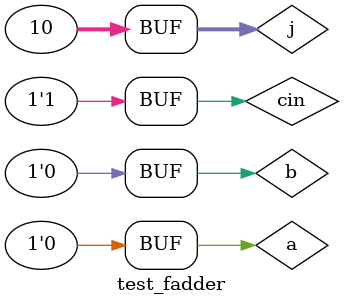
<source format=v>
`include "hadder.v"

module fadder (input a, b, cin, output cout, sum);
    wire h1_cout, h1_sum, h2_cout;

    hadder h1 ( .a(a), .b(b), .cout(h1_cout), .sum(h1_sum));
    hadder h2 ( .a(h1_sum), .b(cin), .cout(h2_cout), .sum(sum));

    assign cout = h2_cout | h1_cout;
endmodule

module test_fadder;
    reg a, b, cin;
    wire cout, sum;
    integer j;

    fadder f1 ( .a(a), .b(b), .cin(cin), .cout(cout), .sum(sum));

    initial begin
        a <= 0;
        b <= 0;
        cin <= 0;

        $monitor ("a0=%0b b0=%0b cin=%0b cout=%0b sum=%0b", a, b, cin, cout, sum);

        for (j = 0; j < 10;j = j + 1) begin
            {a, b, cin} = j;
            #10;
        end

    end

endmodule
</source>
